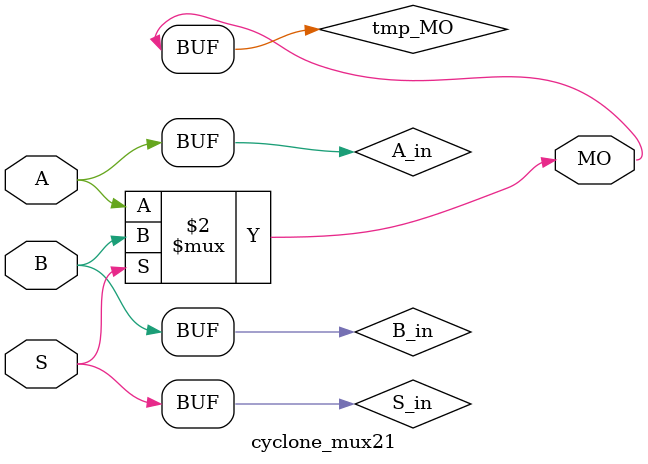
<source format=v>
module cyclone_mux21 (MO, A, B, S);
   input A, B, S;
   output MO;
   wire A_in;
   wire B_in;
   wire S_in;
   buf(A_in, A);
   buf(B_in, B);
   buf(S_in, S);
   wire   tmp_MO;
   specify
      (A => MO) = (0, 0);
      (B => MO) = (0, 0);
      (S => MO) = (0, 0);
   endspecify
   assign tmp_MO = (S_in == 1) ? B_in : A_in;
   buf (MO, tmp_MO);
endmodule
</source>
